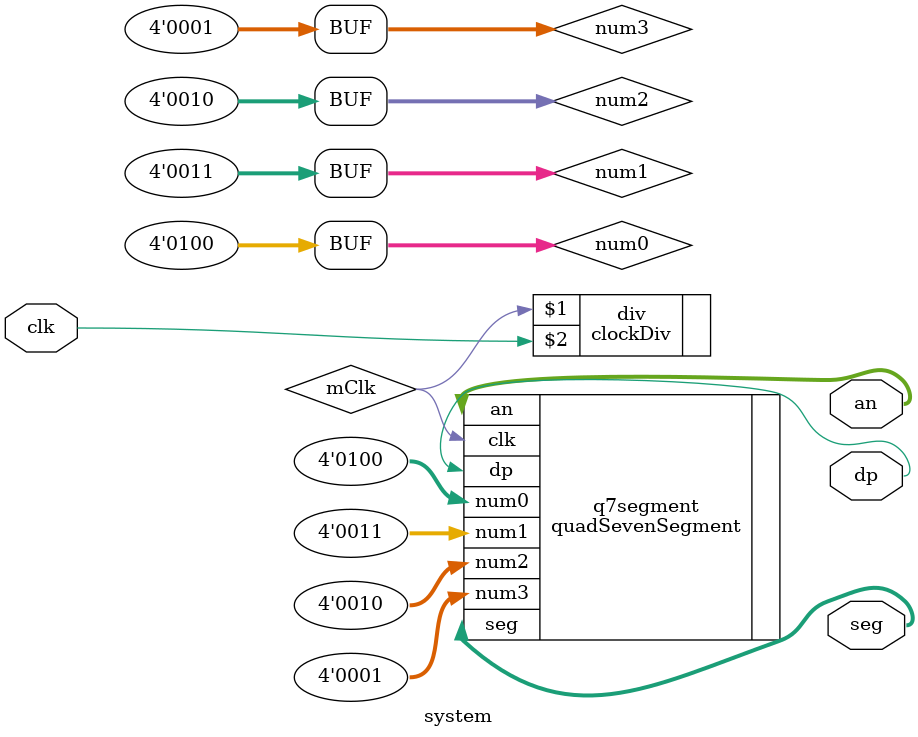
<source format=v>
`timescale 1ns / 1ps


module system(
    output [6:0] seg,
    output dp,
    output [3:0] an,
    input clk
    );

wire [3:0] num0;
wire [3:0] num1;
wire [3:0] num2;
wire [3:0] num3;

assign num0 = 4;
assign num1 = 3;
assign num2 = 2;
assign num3 = 1;

wire mClk;
clockDiv div(mClk, clk);

quadSevenSegment q7segment(.seg (seg), 
                           .dp (dp), 
                           .an (an), 
                           .num0 (num0), 
                           .num1 (num1), 
                           .num2 (num2), 
                           .num3 (num3), 
                           .clk (mClk));
    
endmodule

</source>
